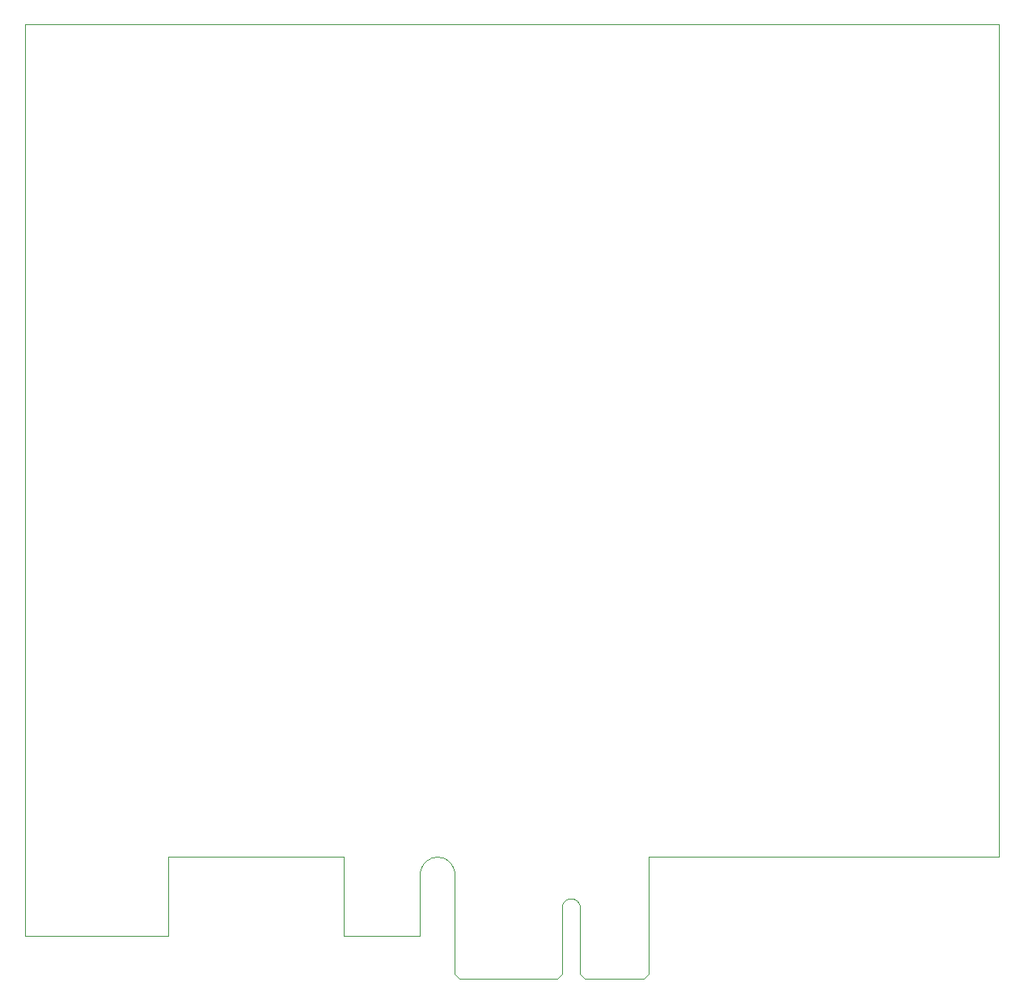
<source format=gm1>
G04*
G04 #@! TF.GenerationSoftware,Altium Limited,Altium Designer,21.5.1 (32)*
G04*
G04 Layer_Color=16711935*
%FSLAX25Y25*%
%MOIN*%
G70*
G04*
G04 #@! TF.SameCoordinates,D26129CB-67A6-4236-8345-823BA6B4C65A*
G04*
G04*
G04 #@! TF.FilePolarity,Positive*
G04*
G01*
G75*
%ADD13C,0.00394*%
D13*
X228740Y29331D02*
X228613Y30299D01*
X228239Y31201D01*
X227645Y31975D01*
X226870Y32570D01*
X225968Y32943D01*
X225000Y33071D01*
X224032Y32943D01*
X223130Y32570D01*
X222355Y31975D01*
X221761Y31201D01*
X221387Y30299D01*
X221260Y29331D01*
X177165Y43012D02*
X177098Y43990D01*
X176899Y44950D01*
X176570Y45874D01*
X176119Y46745D01*
X175554Y47546D01*
X174884Y48263D01*
X174124Y48882D01*
X173286Y49391D01*
X172386Y49782D01*
X171442Y50047D01*
X170471Y50180D01*
X169490D01*
X168518Y50047D01*
X167574Y49782D01*
X166675Y49391D01*
X165837Y48882D01*
X165076Y48263D01*
X164407Y47546D01*
X163841Y46745D01*
X163390Y45874D01*
X163062Y44950D01*
X162862Y43990D01*
X162795Y43012D01*
X0Y17717D02*
Y393701D01*
X401575D01*
Y50197D02*
Y393701D01*
X257087Y50197D02*
X401575D01*
X0Y17717D02*
X59055D01*
Y50197D01*
X131299D01*
Y17717D02*
Y50197D01*
Y17717D02*
X162795D01*
Y43012D01*
X177165Y1969D02*
Y43012D01*
X179134Y0D02*
X219291D01*
X221260Y1969D02*
Y29331D01*
X228740Y1969D02*
Y29331D01*
X230709Y0D02*
X255118D01*
X257087Y1969D02*
Y50197D01*
X177165Y1969D02*
X179134Y0D01*
X219291D02*
X221260Y1969D01*
X228740D02*
X230709Y0D01*
X255118D02*
X257087Y1969D01*
M02*

</source>
